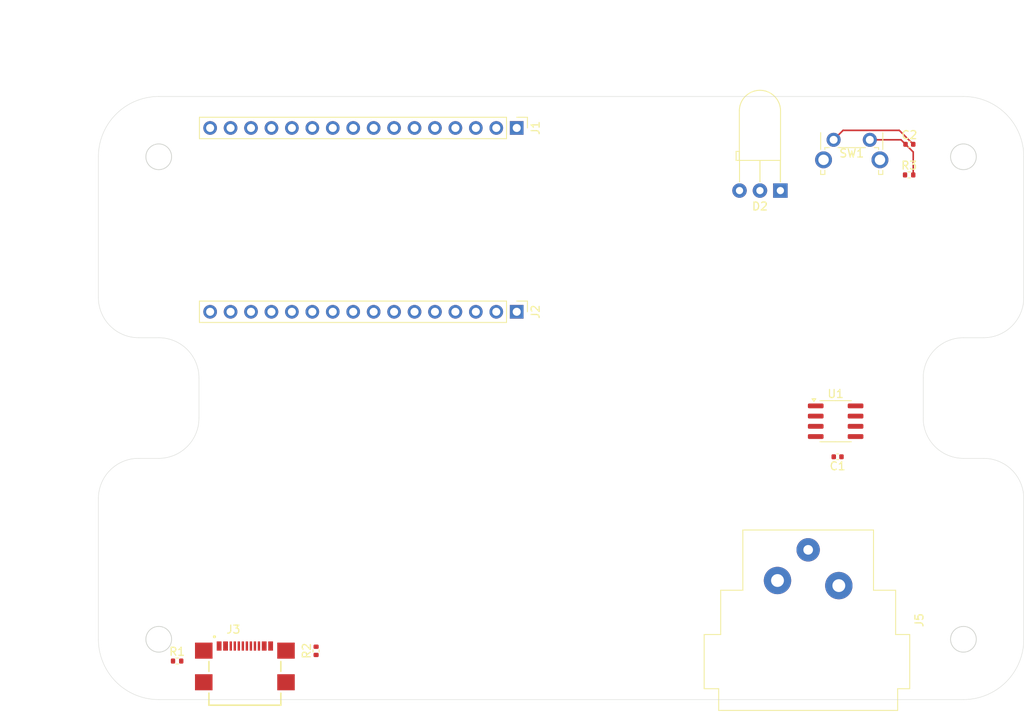
<source format=kicad_pcb>
(kicad_pcb (version 20241229) (generator "pcbnew") (generator_version "9.0")
  (layers (0 "F.Cu" signal) (2 "B.Cu" signal) (13 "F.Paste" user) (15 "B.Paste" user) (5 "F.SilkS" user "F.Silkscreen") (7 "B.SilkS" user "B.Silkscreen") (1 "F.Mask" user) (3 "B.Mask" user) (25 "Edge.Cuts" user))
  (net 0 "")
  (net 1 "Net-(U1-A)")
  (net 2 "Net-(U1-B)")
  (net 3 "TXD1")
  (net 4 "D-")
  (net 5 "Net-(J3-CC2)")
  (net 6 "Net-(J3-CC1)")
  (net 7 "D+")
  (net 8 "GND")
  (net 9 "VCC_5V")
  (net 13 "BTN_BOOT")
  (net 19 "Net-(D2-A1)")
  (net 29 "Net-(D2-A2)")
  (net 32 "VCC_3.3V")
  (net 33 "LED")
  (footprint "Resistor_SMD:R_0402_1005Metric" (layer "F.Cu") (at 104.784 132.708)
    (property "Reference" "R1" (at 0 -1.17 0) (layer "F.SilkS"))
    (property "Value" "5k1")
    (fp_line (start -0.153641 -0.38) (end 0.153641 -0.38) (stroke (width 0.12)) (layer "F.SilkS"))
    (fp_line (start -0.153641 0.38) (end 0.153641 0.38) (stroke (width 0.12)) (layer "F.SilkS"))
    (pad "1" smd roundrect (at -0.51 0) (size 0.54 0.64) (layers "F.Cu" "F.Mask" "F.Paste") (net 6 "Net-(J3-CC1)"))
    (pad "2" smd roundrect (at 0.51 0) (size 0.54 0.64) (layers "F.Cu" "F.Mask" "F.Paste") (net 8 "GND"))
  )
  (footprint "Resistor_SMD:R_0402_1005Metric" (layer "F.Cu") (at 195.752 72.256)
    (property "Reference" "R3" (at 0 -1.17 0) (layer "F.SilkS"))
    (property "Value" "10k")
    (fp_line (start -0.153641 -0.38) (end 0.153641 -0.38) (stroke (width 0.12)) (layer "F.SilkS"))
    (fp_line (start -0.153641 0.38) (end 0.153641 0.38) (stroke (width 0.12)) (layer "F.SilkS"))
    (pad "1" smd roundrect (at -0.51 0) (size 0.54 0.64) (layers "F.Cu" "F.Mask" "F.Paste") (net 32 "VCC_3.3V"))
    (pad "2" smd roundrect (at 0.51 0) (size 0.54 0.64) (layers "F.Cu" "F.Mask" "F.Paste") (net 13 "BTN_BOOT"))
  )
  (footprint "Resistor_SMD:R_0402_1005Metric" (layer "F.Cu") (at 122.054 131.438 90)
    (property "Reference" "R2" (at 0 -1.17 90) (layer "F.SilkS"))
    (property "Value" "5k1")
    (fp_line (start -0.153641 -0.38) (end 0.153641 -0.38) (stroke (width 0.12)) (layer "F.SilkS"))
    (fp_line (start -0.153641 0.38) (end 0.153641 0.38) (stroke (width 0.12)) (layer "F.SilkS"))
    (pad "1" smd roundrect (at -0.51 0 90) (size 0.54 0.64) (layers "F.Cu" "F.Mask" "F.Paste") (net 5 "Net-(J3-CC2)"))
    (pad "2" smd roundrect (at 0.51 0 90) (size 0.54 0.64) (layers "F.Cu" "F.Mask" "F.Paste") (net 8 "GND"))
  )
  (footprint "Package_SO:SOIC-8_3.9x4.9mm_P1.27mm" (layer "F.Cu") (at 186.619 102.883)
    (property "Reference" "U1" (at 0 -3.4 0) (layer "F.SilkS"))
    (property "Value" "MAX485E")
    (fp_line (start 0 -2.56) (end -1.95 -2.56) (stroke (width 0.12)) (layer "F.SilkS"))
    (fp_line (start 0 -2.56) (end 1.95 -2.56) (stroke (width 0.12)) (layer "F.SilkS"))
    (fp_line (start 0 2.56) (end -1.95 2.56) (stroke (width 0.12)) (layer "F.SilkS"))
    (fp_line (start 0 2.56) (end 1.95 2.56) (stroke (width 0.12)) (layer "F.SilkS"))
    (fp_poly (pts (xy -2.7 -2.465) (xy -2.94 -2.795) (xy -2.46 -2.795) (xy -2.7 -2.465)) (stroke (width 0.12)) (fill yes) (layer "F.SilkS"))
    (pad "1" smd roundrect (at -2.475 -1.905) (size 1.95 0.6) (layers "F.Cu" "F.Mask" "F.Paste"))
    (pad "2" smd roundrect (at -2.475 -0.635) (size 1.95 0.6) (layers "F.Cu" "F.Mask" "F.Paste") (net 9 "VCC_5V"))
    (pad "3" smd roundrect (at -2.475 0.635) (size 1.95 0.6) (layers "F.Cu" "F.Mask" "F.Paste") (net 9 "VCC_5V"))
    (pad "4" smd roundrect (at -2.475 1.905) (size 1.95 0.6) (layers "F.Cu" "F.Mask" "F.Paste") (net 3 "TXD1"))
    (pad "5" smd roundrect (at 2.475 1.905) (size 1.95 0.6) (layers "F.Cu" "F.Mask" "F.Paste") (net 8 "GND"))
    (pad "6" smd roundrect (at 2.475 0.635) (size 1.95 0.6) (layers "F.Cu" "F.Mask" "F.Paste") (net 1 "Net-(U1-A)"))
    (pad "7" smd roundrect (at 2.475 -0.635) (size 1.95 0.6) (layers "F.Cu" "F.Mask" "F.Paste") (net 2 "Net-(U1-B)"))
    (pad "8" smd roundrect (at 2.475 -1.905) (size 1.95 0.6) (layers "F.Cu" "F.Mask" "F.Paste") (net 9 "VCC_5V"))
  )
  (footprint "Connector_Audio:Jack_XLR_Neutrik_NC3FAH1_Horizontal" (layer "F.Cu") (at 187.014 123.328 -90)
    (property "Reference" "J5" (at 4.3 -10 90) (layer "F.SilkS"))
    (property "Value" "NC3FAH1")
    (fp_line (start 6.08 16.73) (end 6.08 14.68) (stroke (width 0.12)) (layer "F.SilkS"))
    (fp_line (start 12.82 16.73) (end 6.08 16.73) (stroke (width 0.12)) (layer "F.SilkS"))
    (fp_line (start 12.82 14.93) (end 12.82 16.73) (stroke (width 0.12)) (layer "F.SilkS"))
    (fp_line (start 12.82 14.93) (end 15.52 14.93) (stroke (width 0.12)) (layer "F.SilkS"))
    (fp_line (start 6.08 14.68) (end 0.58 14.68) (stroke (width 0.12)) (layer "F.SilkS"))
    (fp_line (start 0.58 11.93) (end 0.58 14.68) (stroke (width 0.12)) (layer "F.SilkS"))
    (fp_line (start 0.58 11.93) (end -6.92 11.93) (stroke (width 0.12)) (layer "F.SilkS"))
    (fp_line (start -6.92 -4.31) (end -6.92 11.93) (stroke (width 0.12)) (layer "F.SilkS"))
    (fp_line (start 0.58 -4.31) (end -6.92 -4.31) (stroke (width 0.12)) (layer "F.SilkS"))
    (fp_line (start 0.58 -7.06) (end 0.58 -4.31) (stroke (width 0.12)) (layer "F.SilkS"))
    (fp_line (start 6.08 -7.06) (end 0.58 -7.06) (stroke (width 0.12)) (layer "F.SilkS"))
    (fp_line (start 6.08 -7.06) (end 6.08 -8.81) (stroke (width 0.12)) (layer "F.SilkS"))
    (fp_line (start 12.82 -7.31) (end 15.52 -7.31) (stroke (width 0.12)) (layer "F.SilkS"))
    (fp_line (start 15.52 -7.31) (end 15.52 14.93) (stroke (width 0.12)) (layer "F.SilkS"))
    (fp_line (start 12.82 -8.81) (end 12.82 -7.31) (stroke (width 0.12)) (layer "F.SilkS"))
    (fp_line (start 12.82 -8.81) (end 6.08 -8.81) (stroke (width 0.12)) (layer "F.SilkS"))
    (pad "" np_thru_hole circle (at 3.81 7.62 270) (size 1.6 1.6) (drill 1.6) (layers "*.Cu" "*.Mask"))
    (pad "" np_thru_hole circle (at 8.89 0 270) (size 1.6 1.6) (drill 1.6) (layers "*.Cu" "*.Mask"))
    (pad "1" thru_hole circle (at 0 0 270) (size 3.4 3.4) (drill 1.6) (layers "*.Cu" "*.Mask") (net 8 "GND"))
    (pad "2" thru_hole circle (at -0.635 7.62 270) (size 3.4 3.4) (drill 1.6) (layers "*.Cu" "*.Mask") (net 2 "Net-(U1-B)"))
    (pad "3" thru_hole circle (at -4.45 3.81 270) (size 2.9 2.9) (drill 1.2) (layers "*.Cu" "*.Mask") (net 1 "Net-(U1-A)"))
  )
  (footprint "Capacitor_SMD:C_0402_1005Metric" (layer "F.Cu") (at 186.864 107.308 180)
    (property "Reference" "C1" (at 0 -1.16 0) (layer "F.SilkS"))
    (property "Value" "0u1F")
    (fp_line (start -0.107836 0.36) (end 0.107836 0.36) (stroke (width 0.12)) (layer "F.SilkS"))
    (fp_line (start -0.107836 -0.36) (end 0.107836 -0.36) (stroke (width 0.12)) (layer "F.SilkS"))
    (pad "1" smd roundrect (at -0.48 0 180) (size 0.56 0.62) (layers "F.Cu" "F.Mask" "F.Paste") (net 9 "VCC_5V"))
    (pad "2" smd roundrect (at 0.48 0 180) (size 0.56 0.62) (layers "F.Cu" "F.Mask" "F.Paste") (net 8 "GND"))
  )
  (footprint "footprints:GCT_USB4110GFA" (layer "F.Cu") (at 113.204 131.9155)
    (property "Reference" "J3" (at -1.425 -3.135 0) (layer "F.SilkS"))
    (property "Value" "USB4110GFA")
    (fp_line (start -4.47 0.86) (end -4.47 2.07) (stroke (width 0.2)) (layer "F.SilkS"))
    (fp_line (start -4.47 4.79) (end -4.47 6.28) (stroke (width 0.2)) (layer "F.SilkS"))
    (fp_line (start -4.47 6.28) (end 4.47 6.28) (stroke (width 0.2)) (layer "F.SilkS"))
    (fp_line (start 4.47 0.86) (end 4.47 2.07) (stroke (width 0.2)) (layer "F.SilkS"))
    (fp_line (start 4.47 6.28) (end 4.47 4.79) (stroke (width 0.2)) (layer "F.SilkS"))
    (fp_circle (center -3.78 -2.23) (end -3.68 -2.23) (stroke (width 0.2)) (fill no) (layer "F.SilkS"))
    (pad "" np_thru_hole circle (at -2.89 0) (size 0.65 0.65) (drill 0.65) (layers "*.Cu" "*.Mask"))
    (pad "" np_thru_hole circle (at 2.89 0) (size 0.65 0.65) (drill 0.65) (layers "*.Cu" "*.Mask"))
    (pad "A1/B12" smd rect (at -3.2 -1.075) (size 0.6 1.15) (layers "F.Cu" "F.Mask" "F.Paste") (net 8 "GND"))
    (pad "A4/B9" smd rect (at -2.4 -1.075) (size 0.6 1.15) (layers "F.Cu" "F.Mask" "F.Paste") (net 9 "VCC_5V"))
    (pad "A5" smd rect (at -1.25 -1.075) (size 0.3 1.15) (layers "F.Cu" "F.Mask" "F.Paste") (net 6 "Net-(J3-CC1)"))
    (pad "A6" smd rect (at -0.25 -1.075) (size 0.3 1.15) (layers "F.Cu" "F.Mask" "F.Paste") (net 7 "D+"))
    (pad "A7" smd rect (at 0.25 -1.075) (size 0.3 1.15) (layers "F.Cu" "F.Mask" "F.Paste") (net 4 "D-"))
    (pad "A8" smd rect (at 1.25 -1.075) (size 0.3 1.15) (layers "F.Cu" "F.Mask" "F.Paste"))
    (pad "B1/A12" smd rect (at 3.2 -1.075) (size 0.6 1.15) (layers "F.Cu" "F.Mask" "F.Paste") (net 8 "GND"))
    (pad "B4/A9" smd rect (at 2.4 -1.075) (size 0.6 1.15) (layers "F.Cu" "F.Mask" "F.Paste") (net 9 "VCC_5V"))
    (pad "B5" smd rect (at 1.75 -1.075) (size 0.3 1.15) (layers "F.Cu" "F.Mask" "F.Paste") (net 5 "Net-(J3-CC2)"))
    (pad "B6" smd rect (at 0.75 -1.075) (size 0.3 1.15) (layers "F.Cu" "F.Mask" "F.Paste") (net 7 "D+"))
    (pad "B7" smd rect (at -0.75 -1.075) (size 0.3 1.15) (layers "F.Cu" "F.Mask" "F.Paste") (net 4 "D-"))
    (pad "B8" smd rect (at -1.75 -1.075) (size 0.3 1.15) (layers "F.Cu" "F.Mask" "F.Paste"))
    (pad "S1" smd rect (at -5.11 -0.5) (size 2.18 2) (layers "F.Cu" "F.Mask" "F.Paste") (net 8 "GND"))
    (pad "S2" smd rect (at 5.11 -0.5) (size 2.18 2) (layers "F.Cu" "F.Mask" "F.Paste") (net 8 "GND"))
    (pad "S3" smd rect (at -5.11 3.43) (size 2.18 2) (layers "F.Cu" "F.Mask" "F.Paste") (net 8 "GND"))
    (pad "S4" smd rect (at 5.11 3.43) (size 2.18 2) (layers "F.Cu" "F.Mask" "F.Paste") (net 8 "GND"))
  )
  (footprint "Connector_PinHeader_2.54mm:PinHeader_1x16_P2.54mm_Vertical" (layer "F.Cu") (at 146.986 66.414 -90)
    (property "Reference" "J1" (at 0 -2.33 90) (layer "F.SilkS"))
    (property "Value" "Conn_01x16_Socket")
    (fp_line (start -1.33 39.43) (end 1.33 39.43) (stroke (width 0.12)) (layer "F.SilkS"))
    (fp_line (start -1.33 1.27) (end -1.33 39.43) (stroke (width 0.12)) (layer "F.SilkS"))
    (fp_line (start -1.33 1.27) (end 1.33 1.27) (stroke (width 0.12)) (layer "F.SilkS"))
    (fp_line (start 1.33 1.27) (end 1.33 39.43) (stroke (width 0.12)) (layer "F.SilkS"))
    (fp_line (start -1.33 0) (end -1.33 -1.33) (stroke (width 0.12)) (layer "F.SilkS"))
    (fp_line (start -1.33 -1.33) (end 0 -1.33) (stroke (width 0.12)) (layer "F.SilkS"))
    (pad "1" thru_hole rect (at 0 0 270) (size 1.7 1.7) (drill 1) (layers "*.Cu" "*.Mask") (net 8 "GND"))
    (pad "2" thru_hole oval (at 0 2.54 270) (size 1.7 1.7) (drill 1) (layers "*.Cu" "*.Mask") (net 32 "VCC_3.3V"))
    (pad "3" thru_hole oval (at 0 5.08 270) (size 1.7 1.7) (drill 1) (layers "*.Cu" "*.Mask") (net 13 "BTN_BOOT"))
    (pad "4" thru_hole oval (at 0 7.62 270) (size 1.7 1.7) (drill 1) (layers "*.Cu" "*.Mask"))
    (pad "5" thru_hole oval (at 0 10.16 270) (size 1.7 1.7) (drill 1) (layers "*.Cu" "*.Mask") (net 8 "GND"))
    (pad "6" thru_hole oval (at 0 12.7 270) (size 1.7 1.7) (drill 1) (layers "*.Cu" "*.Mask"))
    (pad "7" thru_hole oval (at 0 15.24 270) (size 1.7 1.7) (drill 1) (layers "*.Cu" "*.Mask") (net 8 "GND"))
    (pad "8" thru_hole oval (at 0 17.78 270) (size 1.7 1.7) (drill 1) (layers "*.Cu" "*.Mask"))
    (pad "9" thru_hole oval (at 0 20.32 270) (size 1.7 1.7) (drill 1) (layers "*.Cu" "*.Mask"))
    (pad "10" thru_hole oval (at 0 22.86 270) (size 1.7 1.7) (drill 1) (layers "*.Cu" "*.Mask"))
    (pad "11" thru_hole oval (at 0 25.4 270) (size 1.7 1.7) (drill 1) (layers "*.Cu" "*.Mask") (net 8 "GND"))
    (pad "12" thru_hole oval (at 0 27.94 270) (size 1.7 1.7) (drill 1) (layers "*.Cu" "*.Mask") (net 3 "TXD1"))
    (pad "13" thru_hole oval (at 0 30.48 270) (size 1.7 1.7) (drill 1) (layers "*.Cu" "*.Mask"))
    (pad "14" thru_hole oval (at 0 33.02 270) (size 1.7 1.7) (drill 1) (layers "*.Cu" "*.Mask") (net 8 "GND"))
    (pad "15" thru_hole oval (at 0 35.56 270) (size 1.7 1.7) (drill 1) (layers "*.Cu" "*.Mask"))
    (pad "16" thru_hole oval (at 0 38.1 270) (size 1.7 1.7) (drill 1) (layers "*.Cu" "*.Mask"))
  )
  (footprint "Capacitor_SMD:C_0402_1005Metric" (layer "F.Cu") (at 195.782 68.446)
    (property "Reference" "C2" (at 0 -1.16 0) (layer "F.SilkS"))
    (property "Value" "0u1F")
    (fp_line (start -0.107836 -0.36) (end 0.107836 -0.36) (stroke (width 0.12)) (layer "F.SilkS"))
    (fp_line (start -0.107836 0.36) (end 0.107836 0.36) (stroke (width 0.12)) (layer "F.SilkS"))
    (pad "1" smd roundrect (at -0.48 0) (size 0.56 0.62) (layers "F.Cu" "F.Mask" "F.Paste") (net 13 "BTN_BOOT"))
    (pad "2" smd roundrect (at 0.48 0) (size 0.56 0.62) (layers "F.Cu" "F.Mask" "F.Paste") (net 8 "GND"))
  )
  (footprint "Button_Switch_THT:SW_Tactile_SPST_Angled_PTS645Vx58-2LFS" (layer "F.Cu") (at 186.367 67.8885)
    (property "Reference" "SW1" (at 2.25 1.68 0) (layer "F.SilkS"))
    (property "Value" "SW_Push")
    (fp_line (start -1.61 -0.9) (end -1.61 1.2) (stroke (width 0.12)) (layer "F.SilkS"))
    (fp_line (start -1.61 3.8) (end -1.61 4.31) (stroke (width 0.12)) (layer "F.SilkS"))
    (fp_line (start -1.61 4.31) (end -1.09 4.31) (stroke (width 0.12)) (layer "F.SilkS"))
    (fp_line (start -1.09 0.97) (end -1.09 1.2) (stroke (width 0.12)) (layer "F.SilkS"))
    (fp_line (start -1.09 0.97) (end -0.55 0.97) (stroke (width 0.12)) (layer "F.SilkS"))
    (fp_line (start -1.09 3.8) (end -1.09 4.31) (stroke (width 0.12)) (layer "F.SilkS"))
    (fp_line (start 0.55 0.97) (end 3.95 0.97) (stroke (width 0.12)) (layer "F.SilkS"))
    (fp_line (start 5.05 0.97) (end 5.59 0.97) (stroke (width 0.12)) (layer "F.SilkS"))
    (fp_line (start 5.59 0.97) (end 5.59 1.2) (stroke (width 0.12)) (layer "F.SilkS"))
    (fp_line (start 5.59 3.8) (end 5.59 4.31) (stroke (width 0.12)) (layer "F.SilkS"))
    (fp_line (start 5.59 4.31) (end 6.11 4.31) (stroke (width 0.12)) (layer "F.SilkS"))
    (fp_line (start 6.11 -0.9) (end 6.11 1.2) (stroke (width 0.12)) (layer "F.SilkS"))
    (fp_line (start 6.11 3.8) (end 6.11 4.31) (stroke (width 0.12)) (layer "F.SilkS"))
    (pad "" thru_hole circle (at -1.25 2.49) (size 2.1 2.1) (drill 1.3) (layers "*.Cu" "*.Mask"))
    (pad "" thru_hole circle (at 5.76 2.49) (size 2.1 2.1) (drill 1.3) (layers "*.Cu" "*.Mask"))
    (pad "1" thru_hole circle (at 0 0) (size 1.75 1.75) (drill 0.99) (layers "*.Cu" "*.Mask") (net 8 "GND"))
    (pad "2" thru_hole circle (at 4.5 0) (size 1.75 1.75) (drill 0.99) (layers "*.Cu" "*.Mask") (net 13 "BTN_BOOT"))
  )
  (footprint "LED_THT:LED_D5.0mm-3_Horizontal_O3.81mm_Z3.0mm" (layer "F.Cu") (at 179.752 74.201 180)
    (property "Reference" "D2" (at 2.54 -1.96 0) (layer "F.SilkS"))
    (property "Value" "LED_Dual_AKA")
    (fp_line (start 5.5 4.87) (end 5.1 4.87) (stroke (width 0.12)) (layer "F.SilkS"))
    (fp_line (start 5.5 3.75) (end 5.5 4.87) (stroke (width 0.12)) (layer "F.SilkS"))
    (fp_line (start 5.1 4.87) (end 5.1 3.75) (stroke (width 0.12)) (layer "F.SilkS"))
    (fp_line (start 5.1 3.75) (end 5.5 3.75) (stroke (width 0.12)) (layer "F.SilkS"))
    (fp_line (start 5.1 3.75) (end 5.1 9.91) (stroke (width 0.12)) (layer "F.SilkS"))
    (fp_line (start 5.08 3.75) (end 5.08 3.75) (stroke (width 0.12)) (layer "F.SilkS"))
    (fp_line (start 5.08 3.75) (end 5.08 1.08) (stroke (width 0.12)) (layer "F.SilkS"))
    (fp_line (start 5.08 1.08) (end 5.08 3.75) (stroke (width 0.12)) (layer "F.SilkS"))
    (fp_line (start 5.08 1.08) (end 5.08 1.08) (stroke (width 0.12)) (layer "F.SilkS"))
    (fp_line (start 2.54 3.75) (end 2.54 3.75) (stroke (width 0.12)) (layer "F.SilkS"))
    (fp_line (start 2.54 3.75) (end 2.54 1.08) (stroke (width 0.12)) (layer "F.SilkS"))
    (fp_line (start 2.54 1.08) (end 2.54 3.75) (stroke (width 0.12)) (layer "F.SilkS"))
    (fp_line (start 2.54 1.08) (end 2.54 1.08) (stroke (width 0.12)) (layer "F.SilkS"))
    (fp_line (start 0 3.75) (end 0 3.75) (stroke (width 0.12)) (layer "F.SilkS"))
    (fp_line (start 0 3.75) (end 0 1.08) (stroke (width 0.12)) (layer "F.SilkS"))
    (fp_line (start 0 1.08) (end 0 3.75) (stroke (width 0.12)) (layer "F.SilkS"))
    (fp_line (start 0 1.08) (end 0 1.08) (stroke (width 0.12)) (layer "F.SilkS"))
    (fp_line (start -0.02 3.75) (end 5.1 3.75) (stroke (width 0.12)) (layer "F.SilkS"))
    (fp_line (start -0.02 3.75) (end -0.02 9.91) (stroke (width 0.12)) (layer "F.SilkS"))
    (fp_arc (start 5.1 9.91) (mid 2.54 12.47) (end -0.02 9.91) (stroke (width 0.12)) (layer "F.SilkS"))
    (pad "1" thru_hole rect (at 0 0 180) (size 1.8 1.8) (drill 0.9) (layers "*.Cu" "*.Mask") (net 19 "Net-(D2-A1)"))
    (pad "2" thru_hole circle (at 2.54 0 180) (size 1.8 1.8) (drill 0.9) (layers "*.Cu" "*.Mask") (net 8 "GND"))
    (pad "3" thru_hole circle (at 5.08 0 180) (size 1.8 1.8) (drill 0.9) (layers "*.Cu" "*.Mask") (net 29 "Net-(D2-A2)"))
  )
  (footprint "Connector_PinHeader_2.54mm:PinHeader_1x16_P2.54mm_Vertical" (layer "F.Cu") (at 146.986 89.274 -90)
    (property "Reference" "J2" (at 0 -2.33 90) (layer "F.SilkS"))
    (property "Value" "Conn_01x16_Socket")
    (fp_line (start -1.33 39.43) (end 1.33 39.43) (stroke (width 0.12)) (layer "F.SilkS"))
    (fp_line (start -1.33 1.27) (end -1.33 39.43) (stroke (width 0.12)) (layer "F.SilkS"))
    (fp_line (start -1.33 1.27) (end 1.33 1.27) (stroke (width 0.12)) (layer "F.SilkS"))
    (fp_line (start 1.33 1.27) (end 1.33 39.43) (stroke (width 0.12)) (layer "F.SilkS"))
    (fp_line (start -1.33 0) (end -1.33 -1.33) (stroke (width 0.12)) (layer "F.SilkS"))
    (fp_line (start -1.33 -1.33) (end 0 -1.33) (stroke (width 0.12)) (layer "F.SilkS"))
    (pad "1" thru_hole rect (at 0 0 270) (size 1.7 1.7) (drill 1) (layers "*.Cu" "*.Mask") (net 8 "GND"))
    (pad "2" thru_hole oval (at 0 2.54 270) (size 1.7 1.7) (drill 1) (layers "*.Cu" "*.Mask") (net 8 "GND"))
    (pad "3" thru_hole oval (at 0 5.08 270) (size 1.7 1.7) (drill 1) (layers "*.Cu" "*.Mask") (net 33 "LED"))
    (pad "4" thru_hole oval (at 0 7.62 270) (size 1.7 1.7) (drill 1) (layers "*.Cu" "*.Mask"))
    (pad "5" thru_hole oval (at 0 10.16 270) (size 1.7 1.7) (drill 1) (layers "*.Cu" "*.Mask"))
    (pad "6" thru_hole oval (at 0 12.7 270) (size 1.7 1.7) (drill 1) (layers "*.Cu" "*.Mask"))
    (pad "7" thru_hole oval (at 0 15.24 270) (size 1.7 1.7) (drill 1) (layers "*.Cu" "*.Mask"))
    (pad "8" thru_hole oval (at 0 17.78 270) (size 1.7 1.7) (drill 1) (layers "*.Cu" "*.Mask"))
    (pad "9" thru_hole oval (at 0 20.32 270) (size 1.7 1.7) (drill 1) (layers "*.Cu" "*.Mask"))
    (pad "10" thru_hole oval (at 0 22.86 270) (size 1.7 1.7) (drill 1) (layers "*.Cu" "*.Mask"))
    (pad "11" thru_hole oval (at 0 25.4 270) (size 1.7 1.7) (drill 1) (layers "*.Cu" "*.Mask"))
    (pad "12" thru_hole oval (at 0 27.94 270) (size 1.7 1.7) (drill 1) (layers "*.Cu" "*.Mask") (net 8 "GND"))
    (pad "13" thru_hole oval (at 0 30.48 270) (size 1.7 1.7) (drill 1) (layers "*.Cu" "*.Mask") (net 9 "VCC_5V"))
    (pad "14" thru_hole oval (at 0 33.02 270) (size 1.7 1.7) (drill 1) (layers "*.Cu" "*.Mask") (net 7 "D+"))
    (pad "15" thru_hole oval (at 0 35.56 270) (size 1.7 1.7) (drill 1) (layers "*.Cu" "*.Mask") (net 4 "D-"))
    (pad "16" thru_hole oval (at 0 38.1 270) (size 1.7 1.7) (drill 1) (layers "*.Cu" "*.Mask") (net 8 "GND"))
  )
  (gr_arc (start 210 130) (mid 207.803301 135.303301) (end 202.5 137.5) (stroke (width 0.05)) (layer "Edge.Cuts"))
  (gr_arc (start 202.5 107.5) (mid 198.964466 106.035534) (end 197.5 102.5) (stroke (width 0.05)) (layer "Edge.Cuts"))
  (gr_line (start 197.5 97.5) (end 197.5 102.5) (stroke (width 0.05)) (layer "Edge.Cuts"))
  (gr_line (start 95 70) (end 95 87.5) (stroke (width 0.05)) (layer "Edge.Cuts"))
  (gr_line (start 202.5 62.5) (end 102.5 62.5) (stroke (width 0.05)) (layer "Edge.Cuts"))
  (gr_line (start 210 70) (end 210 87.5) (stroke (width 0.05)) (layer "Edge.Cuts"))
  (gr_line (start 107.5 97.5) (end 107.5 102.5) (stroke (width 0.05)) (layer "Edge.Cuts"))
  (gr_line (start 100 107.5) (end 102.5 107.5) (stroke (width 0.05)) (layer "Edge.Cuts"))
  (gr_circle (center 102.5 130) (end 104.1 130) (stroke (width 0.1)) (fill no) (layer "Edge.Cuts"))
  (gr_arc (start 102.5 92.5) (mid 106.035534 93.964466) (end 107.5 97.5) (stroke (width 0.05)) (layer "Edge.Cuts"))
  (gr_circle (center 202.5 130) (end 204.1 130) (stroke (width 0.1)) (fill no) (layer "Edge.Cuts"))
  (gr_arc (start 202.5 62.5) (mid 207.803301 64.696699) (end 210 70) (stroke (width 0.05)) (layer "Edge.Cuts"))
  (gr_arc (start 205 107.5) (mid 208.535534 108.964466) (end 210 112.5) (stroke (width 0.05)) (layer "Edge.Cuts"))
  (gr_line (start 210 112.5) (end 210 130) (stroke (width 0.05)) (layer "Edge.Cuts"))
  (gr_arc (start 197.5 97.5) (mid 198.964466 93.964466) (end 202.5 92.5) (stroke (width 0.05)) (layer "Edge.Cuts"))
  (gr_arc (start 107.5 102.5) (mid 106.035534 106.035534) (end 102.5 107.5) (stroke (width 0.05)) (layer "Edge.Cuts"))
  (gr_arc (start 95 112.5) (mid 96.464466 108.964466) (end 100 107.5) (stroke (width 0.05)) (layer "Edge.Cuts"))
  (gr_circle (center 102.5 70) (end 104.1 70) (stroke (width 0.1)) (fill no) (layer "Edge.Cuts"))
  (gr_line (start 102.5 137.5) (end 202.5 137.5) (stroke (width 0.05)) (layer "Edge.Cuts"))
  (gr_line (start 205 92.5) (end 202.5 92.5) (stroke (width 0.05)) (layer "Edge.Cuts"))
  (gr_line (start 95 112.5) (end 95 130) (stroke (width 0.05)) (layer "Edge.Cuts"))
  (gr_arc (start 100 92.5) (mid 96.464466 91.035534) (end 95 87.5) (stroke (width 0.05)) (layer "Edge.Cuts"))
  (gr_arc (start 210 87.5) (mid 208.535534 91.035534) (end 205 92.5) (stroke (width 0.05)) (layer "Edge.Cuts"))
  (gr_line (start 100 92.5) (end 102.5 92.5) (stroke (width 0.05)) (layer "Edge.Cuts"))
  (gr_arc (start 95 70) (mid 97.196699 64.696699) (end 102.5 62.5) (stroke (width 0.05)) (layer "Edge.Cuts"))
  (gr_line (start 202.5 107.5) (end 205 107.5) (stroke (width 0.05)) (layer "Edge.Cuts"))
  (gr_circle (center 202.5 70) (end 204.1 70) (stroke (width 0.1)) (fill no) (layer "Edge.Cuts"))
  (gr_arc (start 102.5 137.5) (mid 97.196699 135.303301) (end 95 130) (stroke (width 0.05)) (layer "Edge.Cuts"))
  (segment (start 187.543 66.7125) (end 194.5285 66.7125) (width 0.2) (layer "F.Cu") (net 8))
  (segment (start 186.367 67.8885) (end 187.543 66.7125) (width 0.2) (layer "F.Cu") (net 8))
  (segment (start 194.5285 66.7125) (end 196.262 68.446) (width 0.2) (layer "F.Cu") (net 8))
  (segment (start 194.7445 67.8885) (end 195.302 68.446) (width 0.2) (layer "F.Cu") (net 13))
  (segment (start 196.262 69.406) (end 195.302 68.446) (width 0.2) (layer "F.Cu") (net 13))
  (segment (start 196.262 72.256) (end 196.262 69.406) (width 0.2) (layer "F.Cu") (net 13))
  (segment (start 190.867 67.8885) (end 194.7445 67.8885) (width 0.2) (layer "F.Cu") (net 13))
)
</source>
